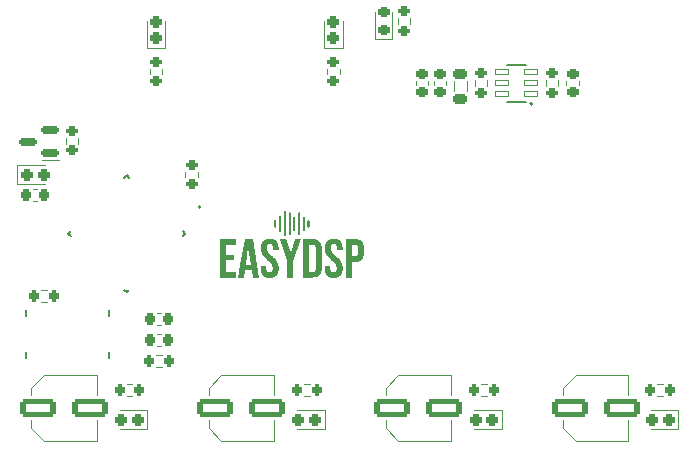
<source format=gto>
G04 #@! TF.GenerationSoftware,KiCad,Pcbnew,7.0.2*
G04 #@! TF.CreationDate,2023-11-20T14:45:42+01:00*
G04 #@! TF.ProjectId,dsp_board,6473705f-626f-4617-9264-2e6b69636164,rev?*
G04 #@! TF.SameCoordinates,Original*
G04 #@! TF.FileFunction,Legend,Top*
G04 #@! TF.FilePolarity,Positive*
%FSLAX46Y46*%
G04 Gerber Fmt 4.6, Leading zero omitted, Abs format (unit mm)*
G04 Created by KiCad (PCBNEW 7.0.2) date 2023-11-20 14:45:42*
%MOMM*%
%LPD*%
G01*
G04 APERTURE LIST*
G04 Aperture macros list*
%AMRoundRect*
0 Rectangle with rounded corners*
0 $1 Rounding radius*
0 $2 $3 $4 $5 $6 $7 $8 $9 X,Y pos of 4 corners*
0 Add a 4 corners polygon primitive as box body*
4,1,4,$2,$3,$4,$5,$6,$7,$8,$9,$2,$3,0*
0 Add four circle primitives for the rounded corners*
1,1,$1+$1,$2,$3*
1,1,$1+$1,$4,$5*
1,1,$1+$1,$6,$7*
1,1,$1+$1,$8,$9*
0 Add four rect primitives between the rounded corners*
20,1,$1+$1,$2,$3,$4,$5,0*
20,1,$1+$1,$4,$5,$6,$7,0*
20,1,$1+$1,$6,$7,$8,$9,0*
20,1,$1+$1,$8,$9,$2,$3,0*%
%AMHorizOval*
0 Thick line with rounded ends*
0 $1 width*
0 $2 $3 position (X,Y) of the first rounded end (center of the circle)*
0 $4 $5 position (X,Y) of the second rounded end (center of the circle)*
0 Add line between two ends*
20,1,$1,$2,$3,$4,$5,0*
0 Add two circle primitives to create the rounded ends*
1,1,$1,$2,$3*
1,1,$1,$4,$5*%
G04 Aperture macros list end*
%ADD10C,0.120000*%
%ADD11C,0.127000*%
%ADD12C,0.200000*%
%ADD13RoundRect,0.218750X-0.381250X0.218750X-0.381250X-0.218750X0.381250X-0.218750X0.381250X0.218750X0*%
%ADD14RoundRect,0.200000X-0.200000X-0.275000X0.200000X-0.275000X0.200000X0.275000X-0.200000X0.275000X0*%
%ADD15RoundRect,0.225000X0.225000X0.250000X-0.225000X0.250000X-0.225000X-0.250000X0.225000X-0.250000X0*%
%ADD16R,3.500000X1.200000*%
%ADD17O,4.200000X2.100000*%
%ADD18O,1.550000X3.100000*%
%ADD19RoundRect,0.250000X0.275000X-0.287500X0.275000X0.287500X-0.275000X0.287500X-0.275000X-0.287500X0*%
%ADD20RoundRect,0.200000X0.275000X-0.200000X0.275000X0.200000X-0.275000X0.200000X-0.275000X-0.200000X0*%
%ADD21RoundRect,0.200000X-0.275000X0.200000X-0.275000X-0.200000X0.275000X-0.200000X0.275000X0.200000X0*%
%ADD22RoundRect,0.250000X-1.250000X-0.550000X1.250000X-0.550000X1.250000X0.550000X-1.250000X0.550000X0*%
%ADD23RoundRect,0.250000X0.287500X0.275000X-0.287500X0.275000X-0.287500X-0.275000X0.287500X-0.275000X0*%
%ADD24RoundRect,0.225000X-0.250000X0.225000X-0.250000X-0.225000X0.250000X-0.225000X0.250000X0.225000X0*%
%ADD25RoundRect,0.225000X0.250000X-0.225000X0.250000X0.225000X-0.250000X0.225000X-0.250000X-0.225000X0*%
%ADD26RoundRect,0.040600X0.564400X0.249400X-0.564400X0.249400X-0.564400X-0.249400X0.564400X-0.249400X0*%
%ADD27R,0.900000X1.500000*%
%ADD28R,1.500000X0.900000*%
%ADD29R,0.900000X0.900000*%
%ADD30RoundRect,0.200000X0.200000X0.275000X-0.200000X0.275000X-0.200000X-0.275000X0.200000X-0.275000X0*%
%ADD31RoundRect,0.250000X-0.287500X-0.275000X0.287500X-0.275000X0.287500X0.275000X-0.287500X0.275000X0*%
%ADD32HorizOval,0.280000X-0.452548X-0.452548X0.452548X0.452548X0*%
%ADD33HorizOval,0.280000X-0.452548X0.452548X0.452548X-0.452548X0*%
%ADD34C,0.800000*%
%ADD35R,0.600000X1.250000*%
%ADD36R,0.300000X1.250000*%
%ADD37O,1.000000X2.000000*%
%ADD38RoundRect,0.150000X0.587500X0.150000X-0.587500X0.150000X-0.587500X-0.150000X0.587500X-0.150000X0*%
%ADD39RoundRect,0.218750X0.256250X-0.218750X0.256250X0.218750X-0.256250X0.218750X-0.256250X-0.218750X0*%
G04 APERTURE END LIST*
D10*
X72810000Y-99100378D02*
X72810000Y-99899622D01*
X71690000Y-99100378D02*
X71690000Y-99899622D01*
X36762742Y-116727500D02*
X37237258Y-116727500D01*
X36762742Y-117772500D02*
X37237258Y-117772500D01*
X46890580Y-121510000D02*
X46609420Y-121510000D01*
X46890580Y-120490000D02*
X46609420Y-120490000D01*
D11*
X35500000Y-119000000D02*
X35500000Y-118450000D01*
X35500000Y-122550000D02*
X35500000Y-122000000D01*
X42500000Y-118450000D02*
X42500000Y-119000000D01*
X42500000Y-122000000D02*
X42500000Y-122550000D01*
D10*
X45715000Y-96260000D02*
X47285000Y-96260000D01*
X47285000Y-96260000D02*
X47285000Y-93950000D01*
X45715000Y-93950000D02*
X45715000Y-96260000D01*
X48977500Y-107237258D02*
X48977500Y-106762742D01*
X50022500Y-107237258D02*
X50022500Y-106762742D01*
X80522500Y-99012742D02*
X80522500Y-99487258D01*
X79477500Y-99012742D02*
X79477500Y-99487258D01*
X60977500Y-98487258D02*
X60977500Y-98012742D01*
X62022500Y-98487258D02*
X62022500Y-98012742D01*
X46890580Y-119760000D02*
X46609420Y-119760000D01*
X46890580Y-118740000D02*
X46609420Y-118740000D01*
X35940000Y-125054437D02*
X35940000Y-125690000D01*
X35940000Y-125054437D02*
X37004437Y-123990000D01*
X35940000Y-128445563D02*
X35940000Y-127810000D01*
X35940000Y-128445563D02*
X37004437Y-129510000D01*
X37004437Y-123990000D02*
X41460000Y-123990000D01*
X37004437Y-129510000D02*
X41460000Y-129510000D01*
X41460000Y-123990000D02*
X41460000Y-125690000D01*
X41460000Y-129510000D02*
X41460000Y-127810000D01*
X75760000Y-128535000D02*
X75760000Y-126965000D01*
X75760000Y-126965000D02*
X73450000Y-126965000D01*
X73450000Y-128535000D02*
X75760000Y-128535000D01*
X74522500Y-99012742D02*
X74522500Y-99487258D01*
X73477500Y-99012742D02*
X73477500Y-99487258D01*
X66977500Y-94237258D02*
X66977500Y-93762742D01*
X68022500Y-94237258D02*
X68022500Y-93762742D01*
X90685000Y-128535000D02*
X90685000Y-126965000D01*
X90685000Y-126965000D02*
X88375000Y-126965000D01*
X88375000Y-128535000D02*
X90685000Y-128535000D01*
X45977500Y-98487258D02*
X45977500Y-98012742D01*
X47022500Y-98487258D02*
X47022500Y-98012742D01*
X82260000Y-99109420D02*
X82260000Y-99390580D01*
X81240000Y-99109420D02*
X81240000Y-99390580D01*
X68490000Y-99390580D02*
X68490000Y-99109420D01*
X69510000Y-99390580D02*
X69510000Y-99109420D01*
X45760000Y-128535000D02*
X45760000Y-126965000D01*
X45760000Y-126965000D02*
X43450000Y-126965000D01*
X43450000Y-128535000D02*
X45760000Y-128535000D01*
X60760000Y-128535000D02*
X60760000Y-126965000D01*
X60760000Y-126965000D02*
X58450000Y-126965000D01*
X58450000Y-128535000D02*
X60760000Y-128535000D01*
X80940000Y-125054437D02*
X80940000Y-125690000D01*
X80940000Y-125054437D02*
X82004437Y-123990000D01*
X80940000Y-128445563D02*
X80940000Y-127810000D01*
X80940000Y-128445563D02*
X82004437Y-129510000D01*
X82004437Y-123990000D02*
X86460000Y-123990000D01*
X82004437Y-129510000D02*
X86460000Y-129510000D01*
X86460000Y-123990000D02*
X86460000Y-125690000D01*
X86460000Y-129510000D02*
X86460000Y-127810000D01*
X36390580Y-109260000D02*
X36109420Y-109260000D01*
X36390580Y-108240000D02*
X36109420Y-108240000D01*
X65940000Y-125054437D02*
X65940000Y-125690000D01*
X65940000Y-125054437D02*
X67004437Y-123990000D01*
X65940000Y-128445563D02*
X65940000Y-127810000D01*
X65940000Y-128445563D02*
X67004437Y-129510000D01*
X67004437Y-123990000D02*
X71460000Y-123990000D01*
X67004437Y-129510000D02*
X71460000Y-129510000D01*
X71460000Y-123990000D02*
X71460000Y-125690000D01*
X71460000Y-129510000D02*
X71460000Y-127810000D01*
X46487742Y-122227500D02*
X46962258Y-122227500D01*
X46487742Y-123272500D02*
X46962258Y-123272500D01*
D11*
X77800000Y-97690000D02*
X76200000Y-97690000D01*
X76200000Y-100810000D02*
X77800000Y-100810000D01*
D12*
X78350000Y-101000000D02*
G75*
G03*
X78350000Y-101000000I-100000J0D01*
G01*
D10*
X89412258Y-125772500D02*
X88937742Y-125772500D01*
X89412258Y-124727500D02*
X88937742Y-124727500D01*
X34740000Y-106215000D02*
X34740000Y-107785000D01*
X34740000Y-107785000D02*
X37050000Y-107785000D01*
X37050000Y-106215000D02*
X34740000Y-106215000D01*
X44487258Y-125772500D02*
X44012742Y-125772500D01*
X44487258Y-124727500D02*
X44012742Y-124727500D01*
X50940000Y-125054437D02*
X50940000Y-125690000D01*
X50940000Y-125054437D02*
X52004437Y-123990000D01*
X50940000Y-128445563D02*
X50940000Y-127810000D01*
X50940000Y-128445563D02*
X52004437Y-129510000D01*
X52004437Y-123990000D02*
X56460000Y-123990000D01*
X52004437Y-129510000D02*
X56460000Y-129510000D01*
X56460000Y-123990000D02*
X56460000Y-125690000D01*
X56460000Y-129510000D02*
X56460000Y-127810000D01*
D11*
X48949747Y-112000000D02*
X48744687Y-112205061D01*
X48744687Y-111794939D02*
X48949747Y-112000000D01*
X44000000Y-107050253D02*
X44205061Y-107255313D01*
X43794939Y-107255313D02*
X44000000Y-107050253D01*
X44205061Y-116744687D02*
X44000000Y-116949747D01*
X44000000Y-116949747D02*
X43794939Y-116744687D01*
X39050253Y-112000000D02*
X39255313Y-111794939D01*
X39050253Y-112000000D02*
X39255313Y-112205061D01*
D12*
X50258900Y-109730187D02*
G75*
G03*
X50258900Y-109730187I-100000J0D01*
G01*
G36*
X57881047Y-113648595D02*
G01*
X57890340Y-113648595D01*
X58238841Y-112454395D01*
X58736036Y-112454395D01*
X58118027Y-114322364D01*
X58118027Y-115707076D01*
X57606891Y-115707076D01*
X57606891Y-114322364D01*
X56988882Y-112454395D01*
X57532545Y-112454395D01*
X57881047Y-113648595D01*
G37*
G36*
X53295695Y-112919065D02*
G01*
X52412825Y-112919065D01*
X52412825Y-113778701D01*
X53114475Y-113778701D01*
X53114475Y-114243370D01*
X52412825Y-114243370D01*
X52412825Y-115242408D01*
X53295695Y-115242408D01*
X53295695Y-115707076D01*
X51901689Y-115707076D01*
X51901689Y-112454395D01*
X53295695Y-112454395D01*
X53295695Y-112919065D01*
G37*
G36*
X55205484Y-115707076D02*
G01*
X54694349Y-115707076D01*
X54601415Y-115061187D01*
X54601415Y-115070480D01*
X54020579Y-115070480D01*
X53927645Y-115707076D01*
X53453683Y-115707076D01*
X53629248Y-114629045D01*
X54080986Y-114629045D01*
X54541008Y-114629045D01*
X54313320Y-113021292D01*
X54304027Y-113021292D01*
X54080986Y-114629045D01*
X53629248Y-114629045D01*
X53983405Y-112454395D01*
X54675762Y-112454395D01*
X55205484Y-115707076D01*
G37*
G36*
X56597723Y-110835989D02*
G01*
X56602448Y-110836348D01*
X56607103Y-110836939D01*
X56611683Y-110837757D01*
X56616183Y-110838795D01*
X56620595Y-110840048D01*
X56624915Y-110841510D01*
X56629137Y-110843175D01*
X56633254Y-110845037D01*
X56637262Y-110847090D01*
X56641154Y-110849328D01*
X56644924Y-110851747D01*
X56648567Y-110854338D01*
X56652077Y-110857098D01*
X56655448Y-110860020D01*
X56658674Y-110863097D01*
X56661749Y-110866326D01*
X56664668Y-110869698D01*
X56667425Y-110873209D01*
X56670014Y-110876853D01*
X56672430Y-110880624D01*
X56674665Y-110884516D01*
X56676716Y-110888523D01*
X56678575Y-110892639D01*
X56680237Y-110896859D01*
X56681696Y-110901176D01*
X56682947Y-110905585D01*
X56683983Y-110910080D01*
X56684800Y-110914655D01*
X56685390Y-110919304D01*
X56685748Y-110924022D01*
X56685869Y-110928802D01*
X56685869Y-111393470D01*
X56685748Y-111398250D01*
X56685390Y-111402968D01*
X56684800Y-111407617D01*
X56683983Y-111412192D01*
X56682947Y-111416687D01*
X56681696Y-111421096D01*
X56680237Y-111425414D01*
X56678575Y-111429633D01*
X56676716Y-111433749D01*
X56674665Y-111437756D01*
X56672430Y-111441648D01*
X56670014Y-111445419D01*
X56667425Y-111449063D01*
X56664668Y-111452574D01*
X56661749Y-111455946D01*
X56658674Y-111459175D01*
X56655448Y-111462252D01*
X56652077Y-111465174D01*
X56648567Y-111467934D01*
X56644924Y-111470526D01*
X56641154Y-111472944D01*
X56637262Y-111475182D01*
X56633254Y-111477235D01*
X56629137Y-111479097D01*
X56624915Y-111480762D01*
X56620595Y-111482224D01*
X56616183Y-111483477D01*
X56611683Y-111484515D01*
X56607103Y-111485333D01*
X56602448Y-111485924D01*
X56597723Y-111486283D01*
X56592935Y-111486404D01*
X56588147Y-111486283D01*
X56583422Y-111485924D01*
X56578767Y-111485333D01*
X56574187Y-111484515D01*
X56569687Y-111483477D01*
X56565275Y-111482224D01*
X56560955Y-111480762D01*
X56556733Y-111479097D01*
X56552615Y-111477235D01*
X56548608Y-111475182D01*
X56544716Y-111472944D01*
X56540946Y-111470526D01*
X56537303Y-111467934D01*
X56533793Y-111465174D01*
X56530422Y-111462252D01*
X56527196Y-111459175D01*
X56524120Y-111455946D01*
X56521201Y-111452574D01*
X56518444Y-111449063D01*
X56515855Y-111445419D01*
X56513440Y-111441648D01*
X56511204Y-111437756D01*
X56509154Y-111433749D01*
X56507294Y-111429633D01*
X56505632Y-111425414D01*
X56504173Y-111421096D01*
X56502922Y-111416687D01*
X56501886Y-111412192D01*
X56501070Y-111407617D01*
X56500480Y-111402968D01*
X56500121Y-111398250D01*
X56500000Y-111393470D01*
X56500000Y-110928802D01*
X56500121Y-110924022D01*
X56500480Y-110919304D01*
X56501070Y-110914655D01*
X56501886Y-110910080D01*
X56502922Y-110905585D01*
X56504173Y-110901176D01*
X56505632Y-110896859D01*
X56507294Y-110892639D01*
X56509154Y-110888523D01*
X56511204Y-110884516D01*
X56513440Y-110880624D01*
X56515855Y-110876853D01*
X56518444Y-110873209D01*
X56521201Y-110869698D01*
X56524120Y-110866326D01*
X56527196Y-110863097D01*
X56530422Y-110860020D01*
X56533793Y-110857098D01*
X56537303Y-110854338D01*
X56540946Y-110851747D01*
X56544716Y-110849328D01*
X56548608Y-110847090D01*
X56552615Y-110845037D01*
X56556733Y-110843175D01*
X56560955Y-110841510D01*
X56565275Y-110840048D01*
X56569687Y-110838795D01*
X56574187Y-110837757D01*
X56578767Y-110836939D01*
X56583422Y-110836348D01*
X56588147Y-110835989D01*
X56592935Y-110835868D01*
X56597723Y-110835989D01*
G37*
G36*
X56997722Y-110464254D02*
G01*
X57002447Y-110464613D01*
X57007102Y-110465204D01*
X57011682Y-110466022D01*
X57016181Y-110467060D01*
X57020594Y-110468313D01*
X57024914Y-110469775D01*
X57029136Y-110471440D01*
X57033253Y-110473302D01*
X57037261Y-110475355D01*
X57041153Y-110477593D01*
X57044923Y-110480012D01*
X57048566Y-110482603D01*
X57052076Y-110485363D01*
X57055447Y-110488285D01*
X57058673Y-110491363D01*
X57061748Y-110494591D01*
X57064667Y-110497963D01*
X57067424Y-110501474D01*
X57070013Y-110505118D01*
X57072429Y-110508889D01*
X57074664Y-110512781D01*
X57076715Y-110516788D01*
X57078574Y-110520904D01*
X57080236Y-110525124D01*
X57081695Y-110529441D01*
X57082946Y-110533850D01*
X57083982Y-110538345D01*
X57084798Y-110542920D01*
X57085389Y-110547569D01*
X57085747Y-110552287D01*
X57085868Y-110557067D01*
X57085868Y-111765205D01*
X57085747Y-111769985D01*
X57085389Y-111774703D01*
X57084798Y-111779352D01*
X57083982Y-111783927D01*
X57082946Y-111788422D01*
X57081695Y-111792831D01*
X57080236Y-111797148D01*
X57078574Y-111801368D01*
X57076715Y-111805484D01*
X57074664Y-111809491D01*
X57072429Y-111813383D01*
X57070013Y-111817154D01*
X57067424Y-111820798D01*
X57064667Y-111824309D01*
X57061748Y-111827681D01*
X57058673Y-111830910D01*
X57055447Y-111833987D01*
X57052076Y-111836909D01*
X57048566Y-111839669D01*
X57044923Y-111842261D01*
X57041153Y-111844679D01*
X57037261Y-111846917D01*
X57033253Y-111848970D01*
X57029136Y-111850832D01*
X57024914Y-111852497D01*
X57020594Y-111853959D01*
X57016181Y-111855212D01*
X57011682Y-111856250D01*
X57007102Y-111857068D01*
X57002447Y-111857659D01*
X56997722Y-111858018D01*
X56992934Y-111858139D01*
X56988146Y-111858018D01*
X56983421Y-111857659D01*
X56978766Y-111857068D01*
X56974186Y-111856250D01*
X56969686Y-111855212D01*
X56965274Y-111853959D01*
X56960954Y-111852497D01*
X56956732Y-111850832D01*
X56952615Y-111848970D01*
X56948607Y-111846917D01*
X56944715Y-111844679D01*
X56940945Y-111842261D01*
X56937302Y-111839669D01*
X56933792Y-111836909D01*
X56930421Y-111833987D01*
X56927195Y-111830910D01*
X56924120Y-111827681D01*
X56921201Y-111824309D01*
X56918444Y-111820798D01*
X56915855Y-111817154D01*
X56913439Y-111813383D01*
X56911204Y-111809491D01*
X56909153Y-111805484D01*
X56907294Y-111801368D01*
X56905632Y-111797148D01*
X56904173Y-111792831D01*
X56902922Y-111788422D01*
X56901886Y-111783927D01*
X56901070Y-111779352D01*
X56900480Y-111774703D01*
X56900121Y-111769985D01*
X56900000Y-111765205D01*
X56900000Y-110557067D01*
X56900121Y-110552287D01*
X56900480Y-110547569D01*
X56901070Y-110542920D01*
X56901886Y-110538345D01*
X56902922Y-110533850D01*
X56904173Y-110529441D01*
X56905632Y-110525124D01*
X56907294Y-110520904D01*
X56909153Y-110516788D01*
X56911204Y-110512781D01*
X56913439Y-110508889D01*
X56915855Y-110505118D01*
X56918444Y-110501474D01*
X56921201Y-110497963D01*
X56924120Y-110494591D01*
X56927195Y-110491363D01*
X56930421Y-110488285D01*
X56933792Y-110485363D01*
X56937302Y-110482603D01*
X56940945Y-110480012D01*
X56944715Y-110477593D01*
X56948607Y-110475355D01*
X56952615Y-110473302D01*
X56956732Y-110471440D01*
X56960954Y-110469775D01*
X56965274Y-110468313D01*
X56969686Y-110467060D01*
X56974186Y-110466022D01*
X56978766Y-110465204D01*
X56983421Y-110464613D01*
X56988146Y-110464254D01*
X56992934Y-110464133D01*
X56997722Y-110464254D01*
G37*
G36*
X57411854Y-110092519D02*
G01*
X57416579Y-110092878D01*
X57421234Y-110093469D01*
X57425814Y-110094287D01*
X57430314Y-110095325D01*
X57434726Y-110096578D01*
X57439046Y-110098040D01*
X57443268Y-110099705D01*
X57447386Y-110101567D01*
X57451393Y-110103620D01*
X57455285Y-110105858D01*
X57459055Y-110108277D01*
X57462698Y-110110868D01*
X57466208Y-110113628D01*
X57469579Y-110116550D01*
X57472805Y-110119628D01*
X57475880Y-110122856D01*
X57478800Y-110126228D01*
X57481557Y-110129739D01*
X57484146Y-110133383D01*
X57486561Y-110137154D01*
X57488796Y-110141046D01*
X57490847Y-110145053D01*
X57492706Y-110149169D01*
X57494368Y-110153389D01*
X57495827Y-110157706D01*
X57497078Y-110162115D01*
X57498114Y-110166610D01*
X57498930Y-110171185D01*
X57499521Y-110175834D01*
X57499879Y-110180552D01*
X57500000Y-110185332D01*
X57500000Y-112136940D01*
X57499879Y-112141720D01*
X57499521Y-112146438D01*
X57498930Y-112151087D01*
X57498114Y-112155662D01*
X57497078Y-112160157D01*
X57495827Y-112164566D01*
X57494368Y-112168883D01*
X57492706Y-112173103D01*
X57490847Y-112177219D01*
X57488796Y-112181226D01*
X57486561Y-112185118D01*
X57484146Y-112188889D01*
X57481557Y-112192533D01*
X57478800Y-112196044D01*
X57475880Y-112199416D01*
X57472805Y-112202644D01*
X57469579Y-112205722D01*
X57466208Y-112208644D01*
X57462698Y-112211404D01*
X57459055Y-112213995D01*
X57455285Y-112216414D01*
X57451393Y-112218652D01*
X57447386Y-112220705D01*
X57443268Y-112222567D01*
X57439046Y-112224232D01*
X57434726Y-112225694D01*
X57430314Y-112226947D01*
X57425814Y-112227985D01*
X57421234Y-112228803D01*
X57416579Y-112229394D01*
X57411854Y-112229753D01*
X57407066Y-112229874D01*
X57402278Y-112229753D01*
X57397553Y-112229394D01*
X57392898Y-112228803D01*
X57388318Y-112227985D01*
X57383818Y-112226947D01*
X57379406Y-112225694D01*
X57375086Y-112224232D01*
X57370864Y-112222567D01*
X57366747Y-112220705D01*
X57362739Y-112218652D01*
X57358847Y-112216414D01*
X57355077Y-112213995D01*
X57351434Y-112211404D01*
X57347924Y-112208644D01*
X57344553Y-112205722D01*
X57341327Y-112202644D01*
X57338252Y-112199416D01*
X57335332Y-112196044D01*
X57332576Y-112192533D01*
X57329987Y-112188889D01*
X57327571Y-112185118D01*
X57325336Y-112181226D01*
X57323285Y-112177219D01*
X57321426Y-112173103D01*
X57319764Y-112168883D01*
X57318305Y-112164566D01*
X57317054Y-112160157D01*
X57316018Y-112155662D01*
X57315202Y-112151087D01*
X57314611Y-112146438D01*
X57314253Y-112141720D01*
X57314132Y-112136940D01*
X57314132Y-110185332D01*
X57314253Y-110180552D01*
X57314611Y-110175834D01*
X57315202Y-110171185D01*
X57316018Y-110166610D01*
X57317054Y-110162115D01*
X57318305Y-110157706D01*
X57319764Y-110153389D01*
X57321426Y-110149169D01*
X57323285Y-110145053D01*
X57325336Y-110141046D01*
X57327571Y-110137154D01*
X57329987Y-110133383D01*
X57332576Y-110129739D01*
X57335332Y-110126228D01*
X57338252Y-110122856D01*
X57341327Y-110119628D01*
X57344553Y-110116550D01*
X57347924Y-110113628D01*
X57351434Y-110110868D01*
X57355077Y-110108277D01*
X57358847Y-110105858D01*
X57362739Y-110103620D01*
X57366747Y-110101567D01*
X57370864Y-110099705D01*
X57375086Y-110098040D01*
X57379406Y-110096578D01*
X57383818Y-110095325D01*
X57388318Y-110094287D01*
X57392898Y-110093469D01*
X57397553Y-110092878D01*
X57402278Y-110092519D01*
X57407066Y-110092398D01*
X57411854Y-110092519D01*
G37*
G36*
X57811854Y-110185453D02*
G01*
X57816579Y-110185812D01*
X57821234Y-110186403D01*
X57825814Y-110187221D01*
X57830314Y-110188259D01*
X57834726Y-110189512D01*
X57839046Y-110190974D01*
X57843268Y-110192639D01*
X57847386Y-110194501D01*
X57851393Y-110196554D01*
X57855285Y-110198792D01*
X57859055Y-110201210D01*
X57862698Y-110203802D01*
X57866208Y-110206562D01*
X57869579Y-110209484D01*
X57872805Y-110212561D01*
X57875880Y-110215789D01*
X57878800Y-110219162D01*
X57881557Y-110222673D01*
X57884146Y-110226317D01*
X57886561Y-110230088D01*
X57888796Y-110233979D01*
X57890847Y-110237986D01*
X57892706Y-110242103D01*
X57894368Y-110246322D01*
X57895827Y-110250640D01*
X57897078Y-110255049D01*
X57898114Y-110259544D01*
X57898930Y-110264119D01*
X57899521Y-110268768D01*
X57899879Y-110273485D01*
X57900000Y-110278265D01*
X57900000Y-112044007D01*
X57899879Y-112048787D01*
X57899521Y-112053504D01*
X57898930Y-112058153D01*
X57898114Y-112062728D01*
X57897078Y-112067223D01*
X57895827Y-112071632D01*
X57894368Y-112075950D01*
X57892706Y-112080169D01*
X57890847Y-112084286D01*
X57888796Y-112088293D01*
X57886561Y-112092184D01*
X57884146Y-112095955D01*
X57881557Y-112099599D01*
X57878800Y-112103110D01*
X57875880Y-112106483D01*
X57872805Y-112109711D01*
X57869579Y-112112789D01*
X57866208Y-112115710D01*
X57862698Y-112118470D01*
X57859055Y-112121062D01*
X57855285Y-112123480D01*
X57851393Y-112125718D01*
X57847386Y-112127772D01*
X57843268Y-112129633D01*
X57839046Y-112131298D01*
X57834726Y-112132760D01*
X57830314Y-112134013D01*
X57825814Y-112135051D01*
X57821234Y-112135869D01*
X57816579Y-112136460D01*
X57811854Y-112136819D01*
X57807066Y-112136940D01*
X57802278Y-112136819D01*
X57797553Y-112136460D01*
X57792898Y-112135869D01*
X57788318Y-112135051D01*
X57783819Y-112134013D01*
X57779406Y-112132760D01*
X57775086Y-112131298D01*
X57770864Y-112129633D01*
X57766747Y-112127772D01*
X57762739Y-112125718D01*
X57758847Y-112123480D01*
X57755077Y-112121062D01*
X57751434Y-112118470D01*
X57747924Y-112115710D01*
X57744554Y-112112789D01*
X57741327Y-112109711D01*
X57738252Y-112106483D01*
X57735333Y-112103110D01*
X57732576Y-112099599D01*
X57729987Y-112095955D01*
X57727571Y-112092184D01*
X57725336Y-112088293D01*
X57723285Y-112084286D01*
X57721426Y-112080169D01*
X57719764Y-112075950D01*
X57718305Y-112071632D01*
X57717054Y-112067223D01*
X57716018Y-112062728D01*
X57715202Y-112058153D01*
X57714611Y-112053504D01*
X57714253Y-112048787D01*
X57714132Y-112044007D01*
X57714132Y-110278265D01*
X57714253Y-110273485D01*
X57714611Y-110268768D01*
X57715202Y-110264119D01*
X57716018Y-110259544D01*
X57717054Y-110255049D01*
X57718305Y-110250640D01*
X57719764Y-110246322D01*
X57721426Y-110242103D01*
X57723285Y-110237986D01*
X57725336Y-110233979D01*
X57727571Y-110230088D01*
X57729987Y-110226317D01*
X57732576Y-110222673D01*
X57735333Y-110219162D01*
X57738252Y-110215789D01*
X57741327Y-110212561D01*
X57744554Y-110209484D01*
X57747924Y-110206562D01*
X57751434Y-110203802D01*
X57755077Y-110201210D01*
X57758847Y-110198792D01*
X57762739Y-110196554D01*
X57766747Y-110194501D01*
X57770864Y-110192639D01*
X57775086Y-110190974D01*
X57779406Y-110189512D01*
X57783819Y-110188259D01*
X57788318Y-110187221D01*
X57792898Y-110186403D01*
X57797553Y-110185812D01*
X57802278Y-110185453D01*
X57807066Y-110185332D01*
X57811854Y-110185453D01*
G37*
G36*
X58197723Y-110557188D02*
G01*
X58202448Y-110557547D01*
X58207103Y-110558138D01*
X58211683Y-110558956D01*
X58216182Y-110559994D01*
X58220595Y-110561247D01*
X58224915Y-110562709D01*
X58229137Y-110564374D01*
X58233254Y-110566235D01*
X58237262Y-110568289D01*
X58241153Y-110570527D01*
X58244924Y-110572945D01*
X58248567Y-110575537D01*
X58252077Y-110578297D01*
X58255447Y-110581218D01*
X58258674Y-110584296D01*
X58261749Y-110587524D01*
X58264668Y-110590897D01*
X58267425Y-110594408D01*
X58270014Y-110598052D01*
X58272430Y-110601823D01*
X58274665Y-110605714D01*
X58276716Y-110609721D01*
X58278575Y-110613838D01*
X58280237Y-110618057D01*
X58281696Y-110622375D01*
X58282947Y-110626784D01*
X58283983Y-110631279D01*
X58284799Y-110635854D01*
X58285390Y-110640503D01*
X58285748Y-110645220D01*
X58285869Y-110650000D01*
X58285869Y-111672272D01*
X58285748Y-111677052D01*
X58285390Y-111681769D01*
X58284799Y-111686418D01*
X58283983Y-111690993D01*
X58282947Y-111695488D01*
X58281696Y-111699897D01*
X58280237Y-111704215D01*
X58278575Y-111708434D01*
X58276716Y-111712551D01*
X58274665Y-111716558D01*
X58272430Y-111720449D01*
X58270014Y-111724220D01*
X58267425Y-111727864D01*
X58264668Y-111731375D01*
X58261749Y-111734748D01*
X58258674Y-111737976D01*
X58255447Y-111741054D01*
X58252077Y-111743975D01*
X58248567Y-111746735D01*
X58244924Y-111749327D01*
X58241153Y-111751745D01*
X58237262Y-111753983D01*
X58233254Y-111756037D01*
X58229137Y-111757898D01*
X58224915Y-111759563D01*
X58220595Y-111761025D01*
X58216182Y-111762278D01*
X58211683Y-111763316D01*
X58207103Y-111764134D01*
X58202448Y-111764725D01*
X58197723Y-111765084D01*
X58192935Y-111765205D01*
X58188147Y-111765084D01*
X58183422Y-111764725D01*
X58178767Y-111764134D01*
X58174186Y-111763316D01*
X58169687Y-111762278D01*
X58165275Y-111761025D01*
X58160955Y-111759563D01*
X58156733Y-111757898D01*
X58152615Y-111756037D01*
X58148608Y-111753983D01*
X58144716Y-111751745D01*
X58140945Y-111749327D01*
X58137302Y-111746735D01*
X58133793Y-111743975D01*
X58130422Y-111741054D01*
X58127196Y-111737976D01*
X58124120Y-111734748D01*
X58121201Y-111731375D01*
X58118444Y-111727864D01*
X58115855Y-111724220D01*
X58113439Y-111720449D01*
X58111204Y-111716558D01*
X58109153Y-111712551D01*
X58107294Y-111708434D01*
X58105632Y-111704215D01*
X58104173Y-111699897D01*
X58102922Y-111695488D01*
X58101886Y-111690993D01*
X58101070Y-111686418D01*
X58100479Y-111681769D01*
X58100121Y-111677052D01*
X58100000Y-111672272D01*
X58100000Y-110650000D01*
X58100121Y-110645220D01*
X58100479Y-110640503D01*
X58101070Y-110635854D01*
X58101886Y-110631279D01*
X58102922Y-110626784D01*
X58104173Y-110622375D01*
X58105632Y-110618057D01*
X58107294Y-110613838D01*
X58109153Y-110609721D01*
X58111204Y-110605714D01*
X58113439Y-110601823D01*
X58115855Y-110598052D01*
X58118444Y-110594408D01*
X58121201Y-110590897D01*
X58124120Y-110587524D01*
X58127196Y-110584296D01*
X58130422Y-110581218D01*
X58133793Y-110578297D01*
X58137302Y-110575537D01*
X58140945Y-110572945D01*
X58144716Y-110570527D01*
X58148608Y-110568289D01*
X58152615Y-110566235D01*
X58156733Y-110564374D01*
X58160955Y-110562709D01*
X58165275Y-110561247D01*
X58169687Y-110559994D01*
X58174186Y-110558956D01*
X58178767Y-110558138D01*
X58183422Y-110557547D01*
X58188147Y-110557188D01*
X58192935Y-110557067D01*
X58197723Y-110557188D01*
G37*
G36*
X58611854Y-110185453D02*
G01*
X58616579Y-110185812D01*
X58621234Y-110186403D01*
X58625815Y-110187221D01*
X58630314Y-110188259D01*
X58634727Y-110189512D01*
X58639047Y-110190974D01*
X58643268Y-110192639D01*
X58647386Y-110194501D01*
X58651393Y-110196554D01*
X58655285Y-110198792D01*
X58659056Y-110201210D01*
X58662699Y-110203802D01*
X58666208Y-110206562D01*
X58669579Y-110209484D01*
X58672805Y-110212561D01*
X58675881Y-110215789D01*
X58678800Y-110219162D01*
X58681557Y-110222673D01*
X58684146Y-110226317D01*
X58686561Y-110230088D01*
X58688797Y-110233979D01*
X58690847Y-110237986D01*
X58692706Y-110242103D01*
X58694368Y-110246322D01*
X58695827Y-110250640D01*
X58697078Y-110255049D01*
X58698114Y-110259544D01*
X58698930Y-110264119D01*
X58699521Y-110268768D01*
X58699879Y-110273485D01*
X58700000Y-110278265D01*
X58700000Y-112044007D01*
X58699879Y-112048787D01*
X58699521Y-112053504D01*
X58698930Y-112058153D01*
X58698114Y-112062728D01*
X58697078Y-112067223D01*
X58695827Y-112071632D01*
X58694368Y-112075950D01*
X58692706Y-112080169D01*
X58690846Y-112084286D01*
X58688796Y-112088293D01*
X58686560Y-112092184D01*
X58684145Y-112095955D01*
X58681556Y-112099599D01*
X58678799Y-112103110D01*
X58675880Y-112106483D01*
X58672804Y-112109711D01*
X58669578Y-112112789D01*
X58666208Y-112115710D01*
X58662698Y-112118470D01*
X58659055Y-112121062D01*
X58655284Y-112123480D01*
X58651393Y-112125718D01*
X58647385Y-112127772D01*
X58643267Y-112129633D01*
X58639046Y-112131298D01*
X58634726Y-112132760D01*
X58630313Y-112134013D01*
X58625814Y-112135051D01*
X58621234Y-112135869D01*
X58616579Y-112136460D01*
X58611854Y-112136819D01*
X58607066Y-112136940D01*
X58602278Y-112136819D01*
X58597553Y-112136460D01*
X58592898Y-112135869D01*
X58588318Y-112135051D01*
X58583818Y-112134013D01*
X58579406Y-112132760D01*
X58575086Y-112131298D01*
X58570864Y-112129633D01*
X58566746Y-112127772D01*
X58562739Y-112125718D01*
X58558847Y-112123480D01*
X58555077Y-112121062D01*
X58551434Y-112118470D01*
X58547924Y-112115710D01*
X58544553Y-112112789D01*
X58541327Y-112109711D01*
X58538252Y-112106483D01*
X58535332Y-112103110D01*
X58532575Y-112099599D01*
X58529986Y-112095955D01*
X58527571Y-112092184D01*
X58525336Y-112088293D01*
X58523285Y-112084286D01*
X58521426Y-112080169D01*
X58519764Y-112075950D01*
X58518305Y-112071632D01*
X58517054Y-112067223D01*
X58516018Y-112062728D01*
X58515201Y-112058153D01*
X58514611Y-112053504D01*
X58514253Y-112048787D01*
X58514132Y-112044007D01*
X58514132Y-110278265D01*
X58514253Y-110273485D01*
X58514611Y-110268768D01*
X58515201Y-110264119D01*
X58516018Y-110259544D01*
X58517054Y-110255049D01*
X58518305Y-110250640D01*
X58519764Y-110246322D01*
X58521426Y-110242103D01*
X58523285Y-110237986D01*
X58525336Y-110233979D01*
X58527571Y-110230088D01*
X58529986Y-110226317D01*
X58532575Y-110222673D01*
X58535332Y-110219162D01*
X58538252Y-110215789D01*
X58541327Y-110212561D01*
X58544553Y-110209484D01*
X58547924Y-110206562D01*
X58551434Y-110203802D01*
X58555077Y-110201210D01*
X58558847Y-110198792D01*
X58562739Y-110196554D01*
X58566746Y-110194501D01*
X58570864Y-110192639D01*
X58575086Y-110190974D01*
X58579406Y-110189512D01*
X58583818Y-110188259D01*
X58588318Y-110187221D01*
X58592898Y-110186403D01*
X58597553Y-110185812D01*
X58602278Y-110185453D01*
X58607066Y-110185332D01*
X58611854Y-110185453D01*
G37*
G36*
X58997722Y-110557188D02*
G01*
X59002447Y-110557547D01*
X59007102Y-110558138D01*
X59011682Y-110558956D01*
X59016182Y-110559994D01*
X59020594Y-110561247D01*
X59024914Y-110562709D01*
X59029136Y-110564374D01*
X59033253Y-110566235D01*
X59037261Y-110568289D01*
X59041153Y-110570527D01*
X59044923Y-110572945D01*
X59048566Y-110575537D01*
X59052076Y-110578297D01*
X59055447Y-110581218D01*
X59058673Y-110584296D01*
X59061748Y-110587524D01*
X59064667Y-110590897D01*
X59067424Y-110594408D01*
X59070013Y-110598052D01*
X59072429Y-110601823D01*
X59074664Y-110605714D01*
X59076715Y-110609721D01*
X59078574Y-110613838D01*
X59080236Y-110618057D01*
X59081695Y-110622375D01*
X59082946Y-110626784D01*
X59083982Y-110631279D01*
X59084798Y-110635854D01*
X59085388Y-110640503D01*
X59085747Y-110645220D01*
X59085868Y-110650000D01*
X59085868Y-111672272D01*
X59085747Y-111677052D01*
X59085388Y-111681769D01*
X59084798Y-111686418D01*
X59083982Y-111690993D01*
X59082946Y-111695488D01*
X59081695Y-111699897D01*
X59080236Y-111704215D01*
X59078574Y-111708434D01*
X59076715Y-111712551D01*
X59074664Y-111716558D01*
X59072429Y-111720449D01*
X59070013Y-111724220D01*
X59067424Y-111727864D01*
X59064667Y-111731375D01*
X59061748Y-111734748D01*
X59058673Y-111737976D01*
X59055447Y-111741054D01*
X59052076Y-111743975D01*
X59048566Y-111746735D01*
X59044923Y-111749327D01*
X59041153Y-111751745D01*
X59037261Y-111753983D01*
X59033253Y-111756037D01*
X59029136Y-111757898D01*
X59024914Y-111759563D01*
X59020594Y-111761025D01*
X59016182Y-111762278D01*
X59011682Y-111763316D01*
X59007102Y-111764134D01*
X59002447Y-111764725D01*
X58997722Y-111765084D01*
X58992934Y-111765205D01*
X58988146Y-111765084D01*
X58983421Y-111764725D01*
X58978766Y-111764134D01*
X58974186Y-111763316D01*
X58969687Y-111762278D01*
X58965274Y-111761025D01*
X58960954Y-111759563D01*
X58956732Y-111757898D01*
X58952615Y-111756037D01*
X58948607Y-111753983D01*
X58944715Y-111751745D01*
X58940945Y-111749327D01*
X58937302Y-111746735D01*
X58933792Y-111743975D01*
X58930421Y-111741054D01*
X58927195Y-111737976D01*
X58924120Y-111734748D01*
X58921201Y-111731375D01*
X58918444Y-111727864D01*
X58915855Y-111724220D01*
X58913439Y-111720449D01*
X58911204Y-111716558D01*
X58909153Y-111712551D01*
X58907294Y-111708434D01*
X58905632Y-111704215D01*
X58904173Y-111699897D01*
X58902922Y-111695488D01*
X58901886Y-111690993D01*
X58901069Y-111686418D01*
X58900479Y-111681769D01*
X58900121Y-111677052D01*
X58900000Y-111672272D01*
X58900000Y-110650000D01*
X58900121Y-110645220D01*
X58900479Y-110640503D01*
X58901069Y-110635854D01*
X58901886Y-110631279D01*
X58902922Y-110626784D01*
X58904173Y-110622375D01*
X58905632Y-110618057D01*
X58907294Y-110613838D01*
X58909153Y-110609721D01*
X58911204Y-110605714D01*
X58913439Y-110601823D01*
X58915855Y-110598052D01*
X58918444Y-110594408D01*
X58921201Y-110590897D01*
X58924120Y-110587524D01*
X58927195Y-110584296D01*
X58930421Y-110581218D01*
X58933792Y-110578297D01*
X58937302Y-110575537D01*
X58940945Y-110572945D01*
X58944715Y-110570527D01*
X58948607Y-110568289D01*
X58952615Y-110566235D01*
X58956732Y-110564374D01*
X58960954Y-110562709D01*
X58965274Y-110561247D01*
X58969687Y-110559994D01*
X58974186Y-110558956D01*
X58978766Y-110558138D01*
X58983421Y-110557547D01*
X58988146Y-110557188D01*
X58992934Y-110557067D01*
X58997722Y-110557188D01*
G37*
G36*
X59397722Y-110835989D02*
G01*
X59402447Y-110836348D01*
X59407102Y-110836939D01*
X59411682Y-110837757D01*
X59416182Y-110838795D01*
X59420594Y-110840048D01*
X59424914Y-110841510D01*
X59429136Y-110843175D01*
X59433253Y-110845037D01*
X59437261Y-110847090D01*
X59441153Y-110849328D01*
X59444923Y-110851747D01*
X59448566Y-110854338D01*
X59452076Y-110857098D01*
X59455447Y-110860020D01*
X59458673Y-110863097D01*
X59461748Y-110866326D01*
X59464667Y-110869698D01*
X59467424Y-110873209D01*
X59470013Y-110876853D01*
X59472429Y-110880624D01*
X59474664Y-110884516D01*
X59476715Y-110888523D01*
X59478574Y-110892639D01*
X59480236Y-110896859D01*
X59481695Y-110901176D01*
X59482946Y-110905585D01*
X59483982Y-110910080D01*
X59484798Y-110914655D01*
X59485388Y-110919304D01*
X59485747Y-110924022D01*
X59485868Y-110928802D01*
X59485868Y-111393470D01*
X59485747Y-111398250D01*
X59485388Y-111402968D01*
X59484798Y-111407617D01*
X59483982Y-111412192D01*
X59482946Y-111416687D01*
X59481695Y-111421096D01*
X59480236Y-111425414D01*
X59478574Y-111429633D01*
X59476715Y-111433749D01*
X59474664Y-111437756D01*
X59472429Y-111441648D01*
X59470013Y-111445419D01*
X59467424Y-111449063D01*
X59464667Y-111452574D01*
X59461748Y-111455946D01*
X59458673Y-111459175D01*
X59455447Y-111462252D01*
X59452076Y-111465174D01*
X59448566Y-111467934D01*
X59444923Y-111470526D01*
X59441153Y-111472944D01*
X59437261Y-111475182D01*
X59433253Y-111477235D01*
X59429136Y-111479097D01*
X59424914Y-111480762D01*
X59420594Y-111482224D01*
X59416182Y-111483477D01*
X59411682Y-111484515D01*
X59407102Y-111485333D01*
X59402447Y-111485924D01*
X59397722Y-111486283D01*
X59392934Y-111486404D01*
X59388146Y-111486283D01*
X59383421Y-111485924D01*
X59378766Y-111485333D01*
X59374186Y-111484515D01*
X59369686Y-111483477D01*
X59365274Y-111482224D01*
X59360954Y-111480762D01*
X59356732Y-111479097D01*
X59352615Y-111477235D01*
X59348607Y-111475182D01*
X59344715Y-111472944D01*
X59340945Y-111470526D01*
X59337302Y-111467934D01*
X59333792Y-111465174D01*
X59330421Y-111462252D01*
X59327195Y-111459175D01*
X59324120Y-111455946D01*
X59321201Y-111452574D01*
X59318444Y-111449063D01*
X59315855Y-111445419D01*
X59313439Y-111441648D01*
X59311204Y-111437756D01*
X59309153Y-111433749D01*
X59307294Y-111429633D01*
X59305632Y-111425414D01*
X59304173Y-111421096D01*
X59302922Y-111416687D01*
X59301886Y-111412192D01*
X59301069Y-111407617D01*
X59300479Y-111402968D01*
X59300121Y-111398250D01*
X59300000Y-111393470D01*
X59300000Y-110928802D01*
X59300121Y-110924022D01*
X59300479Y-110919304D01*
X59301069Y-110914655D01*
X59301886Y-110910080D01*
X59302922Y-110905585D01*
X59304173Y-110901176D01*
X59305632Y-110896859D01*
X59307294Y-110892639D01*
X59309153Y-110888523D01*
X59311204Y-110884516D01*
X59313439Y-110880624D01*
X59315855Y-110876853D01*
X59318444Y-110873209D01*
X59321201Y-110869698D01*
X59324120Y-110866326D01*
X59327195Y-110863097D01*
X59330421Y-110860020D01*
X59333792Y-110857098D01*
X59337302Y-110854338D01*
X59340945Y-110851747D01*
X59344715Y-110849328D01*
X59348607Y-110847090D01*
X59352615Y-110845037D01*
X59356732Y-110843175D01*
X59360954Y-110841510D01*
X59365274Y-110840048D01*
X59369686Y-110838795D01*
X59374186Y-110837757D01*
X59378766Y-110836939D01*
X59383421Y-110836348D01*
X59388146Y-110835989D01*
X59392934Y-110835868D01*
X59397722Y-110835989D01*
G37*
G36*
X59795898Y-112455194D02*
G01*
X59841294Y-112457590D01*
X59885202Y-112461583D01*
X59927621Y-112467174D01*
X59968552Y-112474362D01*
X60007994Y-112483147D01*
X60045948Y-112493529D01*
X60082414Y-112505509D01*
X60117391Y-112519086D01*
X60150880Y-112534261D01*
X60182881Y-112551032D01*
X60213393Y-112569401D01*
X60242416Y-112589367D01*
X60269952Y-112610931D01*
X60295998Y-112634091D01*
X60320557Y-112658849D01*
X60343627Y-112685151D01*
X60365209Y-112712940D01*
X60385302Y-112742218D01*
X60403907Y-112772984D01*
X60421024Y-112805239D01*
X60436652Y-112838982D01*
X60450792Y-112874213D01*
X60463443Y-112910933D01*
X60474606Y-112949141D01*
X60484281Y-112988837D01*
X60492467Y-113030022D01*
X60499165Y-113072695D01*
X60504374Y-113116857D01*
X60508095Y-113162506D01*
X60510328Y-113209645D01*
X60511072Y-113258272D01*
X60511072Y-114903200D01*
X60510328Y-114951827D01*
X60508095Y-114998965D01*
X60504374Y-115044615D01*
X60499165Y-115088777D01*
X60492467Y-115131450D01*
X60484281Y-115172635D01*
X60474606Y-115212331D01*
X60463443Y-115250540D01*
X60450792Y-115287259D01*
X60436652Y-115322491D01*
X60421024Y-115356233D01*
X60403907Y-115388488D01*
X60385302Y-115419254D01*
X60365209Y-115448532D01*
X60343627Y-115476321D01*
X60320557Y-115502622D01*
X60295998Y-115527380D01*
X60269952Y-115550541D01*
X60242416Y-115572104D01*
X60213393Y-115592071D01*
X60182881Y-115610440D01*
X60150880Y-115627211D01*
X60117391Y-115642386D01*
X60082414Y-115655963D01*
X60045948Y-115667942D01*
X60007994Y-115678325D01*
X59968552Y-115687110D01*
X59927621Y-115694298D01*
X59885202Y-115699888D01*
X59841294Y-115703882D01*
X59795898Y-115706278D01*
X59749014Y-115707076D01*
X58968371Y-115707076D01*
X58968371Y-112919065D01*
X59479506Y-112919065D01*
X59479506Y-115242408D01*
X59739722Y-115242408D01*
X59755179Y-115242118D01*
X59770186Y-115241246D01*
X59784744Y-115239794D01*
X59798851Y-115237761D01*
X59812507Y-115235148D01*
X59825714Y-115231953D01*
X59838471Y-115228177D01*
X59850777Y-115223821D01*
X59862633Y-115218884D01*
X59874040Y-115213366D01*
X59884996Y-115207267D01*
X59895502Y-115200587D01*
X59905557Y-115193327D01*
X59915163Y-115185485D01*
X59924318Y-115177063D01*
X59933024Y-115168060D01*
X59941126Y-115158404D01*
X59948706Y-115148022D01*
X59955763Y-115136913D01*
X59962298Y-115125079D01*
X59968309Y-115112519D01*
X59973798Y-115099232D01*
X59978764Y-115085219D01*
X59983208Y-115070481D01*
X59987128Y-115055016D01*
X59990526Y-115038825D01*
X59993401Y-115021908D01*
X59995754Y-115004266D01*
X59997583Y-114985897D01*
X59998890Y-114966802D01*
X59999674Y-114946981D01*
X59999936Y-114926434D01*
X59999936Y-113235038D01*
X59999674Y-113214491D01*
X59998890Y-113194670D01*
X59997583Y-113175575D01*
X59995754Y-113157206D01*
X59993401Y-113139563D01*
X59990526Y-113122646D01*
X59987128Y-113106456D01*
X59983208Y-113090991D01*
X59978764Y-113076252D01*
X59973798Y-113062240D01*
X59968309Y-113048953D01*
X59962298Y-113036393D01*
X59955763Y-113024558D01*
X59948706Y-113013450D01*
X59941126Y-113003068D01*
X59933024Y-112993412D01*
X59924318Y-112984409D01*
X59915163Y-112975986D01*
X59905557Y-112968145D01*
X59895502Y-112960885D01*
X59884996Y-112954205D01*
X59874040Y-112948106D01*
X59862633Y-112942588D01*
X59850777Y-112937651D01*
X59838471Y-112933295D01*
X59825714Y-112929520D01*
X59812507Y-112926325D01*
X59798851Y-112923711D01*
X59784744Y-112921678D01*
X59770186Y-112920226D01*
X59755179Y-112919355D01*
X59739722Y-112919065D01*
X59479506Y-112919065D01*
X58968371Y-112919065D01*
X58968371Y-112454395D01*
X59749014Y-112454395D01*
X59795898Y-112455194D01*
G37*
G36*
X63383140Y-112455194D02*
G01*
X63428536Y-112457590D01*
X63472444Y-112461583D01*
X63514863Y-112467174D01*
X63555794Y-112474362D01*
X63595237Y-112483147D01*
X63633191Y-112493529D01*
X63669656Y-112505509D01*
X63704633Y-112519086D01*
X63738122Y-112534261D01*
X63770123Y-112551032D01*
X63800635Y-112569401D01*
X63829658Y-112589367D01*
X63857194Y-112610931D01*
X63883241Y-112634091D01*
X63907799Y-112658849D01*
X63930869Y-112685151D01*
X63952450Y-112712940D01*
X63972544Y-112742218D01*
X63991148Y-112772984D01*
X64008265Y-112805239D01*
X64023893Y-112838982D01*
X64038033Y-112874213D01*
X64050684Y-112910933D01*
X64061847Y-112949141D01*
X64071521Y-112988837D01*
X64079707Y-113030022D01*
X64086405Y-113072695D01*
X64091614Y-113116857D01*
X64095335Y-113162506D01*
X64097568Y-113209645D01*
X64098312Y-113258272D01*
X64098312Y-113578895D01*
X64097568Y-113627521D01*
X64095335Y-113674660D01*
X64091614Y-113720310D01*
X64086405Y-113764471D01*
X64079707Y-113807144D01*
X64071521Y-113848329D01*
X64061847Y-113888026D01*
X64050684Y-113926234D01*
X64038033Y-113962953D01*
X64023893Y-113998184D01*
X64008265Y-114031927D01*
X63991148Y-114064182D01*
X63972544Y-114094948D01*
X63952450Y-114124226D01*
X63930869Y-114152016D01*
X63907799Y-114178317D01*
X63883241Y-114203075D01*
X63857194Y-114226235D01*
X63829658Y-114247799D01*
X63800635Y-114267765D01*
X63770123Y-114286134D01*
X63738122Y-114302906D01*
X63704633Y-114318080D01*
X63669656Y-114331657D01*
X63633191Y-114343637D01*
X63595237Y-114354019D01*
X63555794Y-114362804D01*
X63514863Y-114369992D01*
X63472444Y-114375583D01*
X63428536Y-114379576D01*
X63383140Y-114381972D01*
X63336256Y-114382771D01*
X63094630Y-114382771D01*
X63094630Y-115707076D01*
X62583493Y-115707076D01*
X62583493Y-112919065D01*
X63094630Y-112919065D01*
X63094630Y-113918101D01*
X63336256Y-113918101D01*
X63351692Y-113917829D01*
X63366634Y-113917012D01*
X63381083Y-113915651D01*
X63395037Y-113913745D01*
X63408498Y-113911295D01*
X63421466Y-113908300D01*
X63433939Y-113904760D01*
X63445919Y-113900676D01*
X63457405Y-113896048D01*
X63468397Y-113890875D01*
X63478896Y-113885157D01*
X63488901Y-113878895D01*
X63498412Y-113872088D01*
X63507429Y-113864737D01*
X63515953Y-113856842D01*
X63523983Y-113848401D01*
X63531635Y-113839308D01*
X63538794Y-113829452D01*
X63545459Y-113818833D01*
X63551631Y-113807452D01*
X63557308Y-113795309D01*
X63562492Y-113782404D01*
X63567183Y-113768736D01*
X63571379Y-113754306D01*
X63575082Y-113739113D01*
X63578291Y-113723159D01*
X63581006Y-113706441D01*
X63583228Y-113688962D01*
X63584956Y-113670720D01*
X63586190Y-113651716D01*
X63586931Y-113631949D01*
X63587178Y-113611420D01*
X63587178Y-113225746D01*
X63586931Y-113205217D01*
X63586190Y-113185450D01*
X63584956Y-113166446D01*
X63583228Y-113148204D01*
X63581006Y-113130725D01*
X63578291Y-113114008D01*
X63575082Y-113098053D01*
X63571379Y-113082860D01*
X63567183Y-113068430D01*
X63562492Y-113054762D01*
X63557308Y-113041857D01*
X63551631Y-113029714D01*
X63545459Y-113018333D01*
X63538794Y-113007715D01*
X63531635Y-112997859D01*
X63523983Y-112988765D01*
X63515953Y-112980325D01*
X63507429Y-112972429D01*
X63498412Y-112965078D01*
X63488901Y-112958271D01*
X63478896Y-112952009D01*
X63468397Y-112946291D01*
X63457405Y-112941118D01*
X63445919Y-112936490D01*
X63433939Y-112932406D01*
X63421466Y-112928866D01*
X63408498Y-112925871D01*
X63395037Y-112923421D01*
X63381083Y-112921515D01*
X63366634Y-112920154D01*
X63351692Y-112919337D01*
X63336256Y-112919065D01*
X63094630Y-112919065D01*
X62583493Y-112919065D01*
X62583493Y-112454395D01*
X63336256Y-112454395D01*
X63383140Y-112455194D01*
G37*
G36*
X56166067Y-112408753D02*
G01*
X56209851Y-112411225D01*
X56252234Y-112415345D01*
X56293215Y-112421114D01*
X56332796Y-112428530D01*
X56370975Y-112437595D01*
X56407753Y-112448308D01*
X56443129Y-112460669D01*
X56477104Y-112474678D01*
X56509678Y-112490335D01*
X56540851Y-112507640D01*
X56570623Y-112526594D01*
X56598993Y-112547195D01*
X56625962Y-112569445D01*
X56651529Y-112593343D01*
X56675696Y-112618889D01*
X56698541Y-112646090D01*
X56719912Y-112674721D01*
X56739809Y-112704783D01*
X56758232Y-112736275D01*
X56775182Y-112769198D01*
X56790657Y-112803550D01*
X56804659Y-112839334D01*
X56817187Y-112876547D01*
X56828241Y-112915191D01*
X56837821Y-112955265D01*
X56845928Y-112996769D01*
X56852560Y-113039704D01*
X56857718Y-113084069D01*
X56861403Y-113129864D01*
X56863614Y-113177090D01*
X56864351Y-113225746D01*
X56864351Y-113360500D01*
X56381096Y-113360500D01*
X56381096Y-113193218D01*
X56380842Y-113172660D01*
X56380079Y-113152807D01*
X56378809Y-113133657D01*
X56377030Y-113115212D01*
X56374743Y-113097471D01*
X56371948Y-113080435D01*
X56368644Y-113064103D01*
X56364832Y-113048474D01*
X56360512Y-113033551D01*
X56355684Y-113019331D01*
X56350348Y-113005816D01*
X56344503Y-112993004D01*
X56338150Y-112980898D01*
X56331289Y-112969495D01*
X56323919Y-112958797D01*
X56316042Y-112948802D01*
X56307674Y-112939575D01*
X56298835Y-112930942D01*
X56289523Y-112922905D01*
X56279740Y-112915463D01*
X56269484Y-112908616D01*
X56258757Y-112902365D01*
X56247558Y-112896709D01*
X56235887Y-112891649D01*
X56223744Y-112887183D01*
X56211129Y-112883313D01*
X56198042Y-112880039D01*
X56184483Y-112877360D01*
X56170452Y-112875276D01*
X56155949Y-112873788D01*
X56140975Y-112872895D01*
X56125528Y-112872597D01*
X56109805Y-112872901D01*
X56094581Y-112873813D01*
X56079855Y-112875333D01*
X56065629Y-112877461D01*
X56051903Y-112880198D01*
X56038675Y-112883542D01*
X56025946Y-112887494D01*
X56013717Y-112892055D01*
X56001987Y-112897223D01*
X55990756Y-112903000D01*
X55980024Y-112909385D01*
X55969791Y-112916377D01*
X55960058Y-112923978D01*
X55950823Y-112932187D01*
X55942088Y-112941004D01*
X55933852Y-112950429D01*
X55926115Y-112960462D01*
X55918877Y-112971103D01*
X55912139Y-112982352D01*
X55905899Y-112994210D01*
X55900159Y-113006675D01*
X55894918Y-113019748D01*
X55890176Y-113033430D01*
X55885933Y-113047719D01*
X55882190Y-113062617D01*
X55878945Y-113078122D01*
X55876200Y-113094236D01*
X55873954Y-113110958D01*
X55872206Y-113128288D01*
X55870959Y-113146226D01*
X55870210Y-113164772D01*
X55869960Y-113183926D01*
X55870331Y-113205907D01*
X55871441Y-113227706D01*
X55873293Y-113249324D01*
X55875885Y-113270761D01*
X55879217Y-113292016D01*
X55883290Y-113313089D01*
X55888104Y-113333981D01*
X55893658Y-113354691D01*
X55899953Y-113375220D01*
X55906989Y-113395568D01*
X55914764Y-113415733D01*
X55923281Y-113435718D01*
X55932538Y-113455521D01*
X55942536Y-113475142D01*
X55953274Y-113494582D01*
X55964753Y-113513840D01*
X55977324Y-113533262D01*
X55991108Y-113553192D01*
X56006104Y-113573630D01*
X56022313Y-113594576D01*
X56039735Y-113616031D01*
X56058369Y-113637994D01*
X56078215Y-113660465D01*
X56099274Y-113683444D01*
X56121545Y-113706931D01*
X56145029Y-113730927D01*
X56169726Y-113755431D01*
X56195635Y-113780443D01*
X56222756Y-113805964D01*
X56251090Y-113831993D01*
X56311396Y-113885575D01*
X56350693Y-113920225D01*
X56388429Y-113954476D01*
X56424604Y-113988328D01*
X56459218Y-114021781D01*
X56492271Y-114054834D01*
X56523764Y-114087488D01*
X56553695Y-114119742D01*
X56582065Y-114151598D01*
X56608874Y-114183053D01*
X56634122Y-114214110D01*
X56657810Y-114244767D01*
X56679936Y-114275025D01*
X56700501Y-114304884D01*
X56719505Y-114334343D01*
X56736949Y-114363403D01*
X56752831Y-114392064D01*
X56767461Y-114420834D01*
X56781146Y-114450220D01*
X56793888Y-114480224D01*
X56805687Y-114510845D01*
X56816541Y-114542083D01*
X56826451Y-114573939D01*
X56835418Y-114606411D01*
X56843441Y-114639500D01*
X56850520Y-114673207D01*
X56856655Y-114707531D01*
X56861846Y-114742472D01*
X56866093Y-114778030D01*
X56869397Y-114814205D01*
X56871757Y-114850997D01*
X56873172Y-114888407D01*
X56873644Y-114926434D01*
X56872871Y-114975659D01*
X56870551Y-115023433D01*
X56866685Y-115069755D01*
X56861272Y-115114624D01*
X56854313Y-115158042D01*
X56845808Y-115200007D01*
X56835756Y-115240520D01*
X56824157Y-115279581D01*
X56811012Y-115317191D01*
X56796321Y-115353348D01*
X56780083Y-115388053D01*
X56762298Y-115421305D01*
X56742967Y-115453106D01*
X56722090Y-115483455D01*
X56699666Y-115512351D01*
X56675696Y-115539796D01*
X56650367Y-115565679D01*
X56623638Y-115589893D01*
X56595507Y-115612437D01*
X56565976Y-115633311D01*
X56535042Y-115652514D01*
X56502708Y-115670048D01*
X56468972Y-115685912D01*
X56433835Y-115700107D01*
X56397297Y-115712631D01*
X56359358Y-115723485D01*
X56320017Y-115732670D01*
X56279275Y-115740184D01*
X56237132Y-115746029D01*
X56193588Y-115750203D01*
X56148642Y-115752708D01*
X56102295Y-115753543D01*
X56056536Y-115752715D01*
X56012193Y-115750232D01*
X55969265Y-115746094D01*
X55927753Y-115740300D01*
X55887658Y-115732851D01*
X55848977Y-115723747D01*
X55811713Y-115712987D01*
X55775865Y-115700571D01*
X55741432Y-115686501D01*
X55708415Y-115670775D01*
X55676814Y-115653393D01*
X55646629Y-115634356D01*
X55617859Y-115613664D01*
X55590505Y-115591316D01*
X55564567Y-115567313D01*
X55540045Y-115541654D01*
X55516975Y-115514566D01*
X55495394Y-115486039D01*
X55475300Y-115456075D01*
X55456695Y-115424674D01*
X55439579Y-115391835D01*
X55423951Y-115357558D01*
X55409811Y-115321844D01*
X55397160Y-115284693D01*
X55385997Y-115246104D01*
X55376322Y-115206077D01*
X55368136Y-115164612D01*
X55361438Y-115121710D01*
X55356229Y-115077371D01*
X55352508Y-115031593D01*
X55350276Y-114984379D01*
X55349531Y-114935726D01*
X55349531Y-114749859D01*
X55832787Y-114749859D01*
X55832787Y-114972900D01*
X55833821Y-115011163D01*
X55836925Y-115046957D01*
X55842098Y-115080282D01*
X55845461Y-115096019D01*
X55849341Y-115111139D01*
X55853738Y-115125642D01*
X55858652Y-115139527D01*
X55864084Y-115152796D01*
X55870033Y-115165447D01*
X55876499Y-115177481D01*
X55883483Y-115188898D01*
X55890984Y-115199698D01*
X55899002Y-115209881D01*
X55907537Y-115219447D01*
X55916590Y-115228395D01*
X55926160Y-115236727D01*
X55936248Y-115244441D01*
X55946853Y-115251538D01*
X55957975Y-115258018D01*
X55969614Y-115263881D01*
X55981771Y-115269126D01*
X55994445Y-115273755D01*
X56007636Y-115277766D01*
X56021345Y-115281161D01*
X56035571Y-115283938D01*
X56050314Y-115286098D01*
X56065575Y-115287641D01*
X56081353Y-115288566D01*
X56097648Y-115288875D01*
X56113664Y-115288574D01*
X56129187Y-115287670D01*
X56144216Y-115286163D01*
X56158752Y-115284054D01*
X56172793Y-115281342D01*
X56186341Y-115278027D01*
X56199396Y-115274110D01*
X56211956Y-115269591D01*
X56224023Y-115264468D01*
X56235596Y-115258743D01*
X56246676Y-115252416D01*
X56257262Y-115245486D01*
X56267354Y-115237953D01*
X56276952Y-115229817D01*
X56286057Y-115221079D01*
X56294668Y-115211739D01*
X56302883Y-115201839D01*
X56310568Y-115191192D01*
X56317723Y-115179797D01*
X56324348Y-115167654D01*
X56330443Y-115154763D01*
X56336008Y-115141124D01*
X56341043Y-115126738D01*
X56345548Y-115111603D01*
X56349523Y-115095721D01*
X56352969Y-115079091D01*
X56355884Y-115061713D01*
X56358269Y-115043588D01*
X56360124Y-115024714D01*
X56361449Y-115005092D01*
X56362244Y-114984723D01*
X56362509Y-114963606D01*
X56362146Y-114938238D01*
X56361057Y-114913248D01*
X56359241Y-114888635D01*
X56356700Y-114864400D01*
X56353433Y-114840542D01*
X56349440Y-114817062D01*
X56344721Y-114793959D01*
X56339275Y-114771234D01*
X56333104Y-114748886D01*
X56326207Y-114726916D01*
X56318583Y-114705324D01*
X56310234Y-114684109D01*
X56301158Y-114663271D01*
X56291356Y-114642811D01*
X56280829Y-114622729D01*
X56269575Y-114603024D01*
X56257341Y-114583377D01*
X56243873Y-114563236D01*
X56229171Y-114542602D01*
X56213234Y-114521474D01*
X56196063Y-114499853D01*
X56177658Y-114477738D01*
X56158018Y-114455129D01*
X56137144Y-114432026D01*
X56115036Y-114408429D01*
X56091694Y-114384339D01*
X56067117Y-114359755D01*
X56041307Y-114334678D01*
X56014261Y-114309106D01*
X55985982Y-114283041D01*
X55925720Y-114229430D01*
X55849704Y-114160558D01*
X55813928Y-114126742D01*
X55779640Y-114093340D01*
X55746841Y-114060352D01*
X55715531Y-114027778D01*
X55685708Y-113995618D01*
X55657374Y-113963872D01*
X55630529Y-113932539D01*
X55605172Y-113901621D01*
X55581303Y-113871116D01*
X55558923Y-113841025D01*
X55538031Y-113811348D01*
X55518627Y-113782084D01*
X55500712Y-113753235D01*
X55484285Y-113724799D01*
X55469093Y-113696458D01*
X55454880Y-113667660D01*
X55441648Y-113638404D01*
X55429396Y-113608691D01*
X55418124Y-113578520D01*
X55407833Y-113547892D01*
X55398521Y-113516806D01*
X55390190Y-113485263D01*
X55382839Y-113453263D01*
X55376468Y-113420805D01*
X55371077Y-113387890D01*
X55366666Y-113354517D01*
X55363235Y-113320687D01*
X55360785Y-113286400D01*
X55359315Y-113251655D01*
X55358825Y-113216452D01*
X55359587Y-113168922D01*
X55361874Y-113122749D01*
X55365686Y-113077934D01*
X55371022Y-113034476D01*
X55377883Y-112992377D01*
X55386269Y-112951635D01*
X55396180Y-112912250D01*
X55407615Y-112874224D01*
X55420575Y-112837555D01*
X55435059Y-112802244D01*
X55451069Y-112768290D01*
X55468603Y-112735695D01*
X55487661Y-112704457D01*
X55508245Y-112674576D01*
X55530353Y-112646054D01*
X55553985Y-112618889D01*
X55579070Y-112593343D01*
X55605535Y-112569445D01*
X55633379Y-112547195D01*
X55662602Y-112526594D01*
X55693205Y-112507640D01*
X55725187Y-112490335D01*
X55758549Y-112474678D01*
X55793290Y-112460669D01*
X55829411Y-112448308D01*
X55866911Y-112437595D01*
X55905791Y-112428530D01*
X55946050Y-112421114D01*
X55987688Y-112415345D01*
X56030706Y-112411225D01*
X56075104Y-112408753D01*
X56120881Y-112407929D01*
X56166067Y-112408753D01*
G37*
G36*
X61583174Y-112408753D02*
G01*
X61626958Y-112411225D01*
X61669341Y-112415345D01*
X61710323Y-112421114D01*
X61749903Y-112428530D01*
X61788082Y-112437595D01*
X61824860Y-112448308D01*
X61860237Y-112460669D01*
X61894212Y-112474678D01*
X61926786Y-112490335D01*
X61957959Y-112507640D01*
X61987730Y-112526594D01*
X62016101Y-112547195D01*
X62043070Y-112569445D01*
X62068637Y-112593343D01*
X62092804Y-112618889D01*
X62115649Y-112646090D01*
X62137020Y-112674721D01*
X62156917Y-112704783D01*
X62175340Y-112736275D01*
X62192290Y-112769198D01*
X62207765Y-112803550D01*
X62221767Y-112839334D01*
X62234295Y-112876547D01*
X62245349Y-112915191D01*
X62254929Y-112955265D01*
X62263036Y-112996769D01*
X62269668Y-113039704D01*
X62274827Y-113084069D01*
X62278511Y-113129864D01*
X62280722Y-113177090D01*
X62281459Y-113225746D01*
X62281459Y-113360500D01*
X61798204Y-113360500D01*
X61798204Y-113193218D01*
X61797950Y-113172660D01*
X61797188Y-113152807D01*
X61795917Y-113133657D01*
X61794138Y-113115212D01*
X61791851Y-113097471D01*
X61789056Y-113080435D01*
X61785752Y-113064103D01*
X61781940Y-113048474D01*
X61777620Y-113033551D01*
X61772792Y-113019331D01*
X61767455Y-113005816D01*
X61761610Y-112993004D01*
X61755257Y-112980898D01*
X61748396Y-112969495D01*
X61741026Y-112958797D01*
X61733149Y-112948802D01*
X61724781Y-112939575D01*
X61715941Y-112930942D01*
X61706630Y-112922905D01*
X61696847Y-112915463D01*
X61686591Y-112908616D01*
X61675864Y-112902365D01*
X61664665Y-112896709D01*
X61652994Y-112891649D01*
X61640851Y-112887183D01*
X61628236Y-112883313D01*
X61615149Y-112880039D01*
X61601590Y-112877360D01*
X61587559Y-112875276D01*
X61573057Y-112873788D01*
X61558082Y-112872895D01*
X61542636Y-112872597D01*
X61526912Y-112872901D01*
X61511688Y-112873813D01*
X61496963Y-112875333D01*
X61482737Y-112877461D01*
X61469010Y-112880198D01*
X61455783Y-112883542D01*
X61443054Y-112887494D01*
X61430825Y-112892055D01*
X61419095Y-112897223D01*
X61407864Y-112903000D01*
X61397132Y-112909385D01*
X61386899Y-112916377D01*
X61377166Y-112923978D01*
X61367931Y-112932187D01*
X61359196Y-112941004D01*
X61350960Y-112950429D01*
X61343223Y-112960462D01*
X61335985Y-112971103D01*
X61329247Y-112982352D01*
X61323007Y-112994210D01*
X61317267Y-113006675D01*
X61312026Y-113019748D01*
X61307284Y-113033430D01*
X61303041Y-113047719D01*
X61299297Y-113062617D01*
X61296053Y-113078122D01*
X61293307Y-113094236D01*
X61291061Y-113110958D01*
X61289314Y-113128288D01*
X61288066Y-113146226D01*
X61287318Y-113164772D01*
X61287068Y-113183926D01*
X61287438Y-113205907D01*
X61288549Y-113227706D01*
X61290400Y-113249324D01*
X61292992Y-113270761D01*
X61296325Y-113292016D01*
X61300398Y-113313089D01*
X61305212Y-113333981D01*
X61310766Y-113354691D01*
X61317061Y-113375220D01*
X61324096Y-113395568D01*
X61331872Y-113415733D01*
X61340389Y-113435718D01*
X61349646Y-113455521D01*
X61359643Y-113475142D01*
X61370382Y-113494582D01*
X61381860Y-113513840D01*
X61394432Y-113533262D01*
X61408216Y-113553192D01*
X61423212Y-113573630D01*
X61439421Y-113594576D01*
X61456843Y-113616031D01*
X61475477Y-113637994D01*
X61495323Y-113660465D01*
X61516382Y-113683444D01*
X61538653Y-113706931D01*
X61562137Y-113730927D01*
X61586834Y-113755431D01*
X61612743Y-113780443D01*
X61639864Y-113805964D01*
X61668198Y-113831993D01*
X61728504Y-113885575D01*
X61767801Y-113920225D01*
X61805537Y-113954476D01*
X61841712Y-113988328D01*
X61876326Y-114021781D01*
X61909379Y-114054834D01*
X61940871Y-114087488D01*
X61970802Y-114119742D01*
X61999173Y-114151598D01*
X62025982Y-114183053D01*
X62051230Y-114214110D01*
X62074917Y-114244767D01*
X62097044Y-114275025D01*
X62117609Y-114304884D01*
X62136613Y-114334343D01*
X62154056Y-114363403D01*
X62169939Y-114392064D01*
X62184568Y-114420834D01*
X62198254Y-114450220D01*
X62210996Y-114480224D01*
X62222794Y-114510845D01*
X62233649Y-114542083D01*
X62243559Y-114573939D01*
X62252526Y-114606411D01*
X62260548Y-114639500D01*
X62267627Y-114673207D01*
X62273762Y-114707531D01*
X62278953Y-114742472D01*
X62283201Y-114778030D01*
X62286504Y-114814205D01*
X62288864Y-114850997D01*
X62290280Y-114888407D01*
X62290751Y-114926434D01*
X62289978Y-114975659D01*
X62287659Y-115023433D01*
X62283792Y-115069755D01*
X62278380Y-115114624D01*
X62271421Y-115158042D01*
X62262915Y-115200007D01*
X62252863Y-115240520D01*
X62241265Y-115279581D01*
X62228120Y-115317191D01*
X62213428Y-115353348D01*
X62197191Y-115388053D01*
X62179406Y-115421305D01*
X62160075Y-115453106D01*
X62139198Y-115483455D01*
X62116774Y-115512351D01*
X62092804Y-115539796D01*
X62067475Y-115565679D01*
X62040746Y-115589893D01*
X62012615Y-115612437D01*
X61983083Y-115633311D01*
X61952150Y-115652514D01*
X61919815Y-115670048D01*
X61886080Y-115685912D01*
X61850943Y-115700107D01*
X61814405Y-115712631D01*
X61776465Y-115723485D01*
X61737124Y-115732670D01*
X61696383Y-115740184D01*
X61654239Y-115746029D01*
X61610695Y-115750203D01*
X61565749Y-115752708D01*
X61519402Y-115753543D01*
X61473643Y-115752715D01*
X61429300Y-115750232D01*
X61386373Y-115746094D01*
X61344861Y-115740300D01*
X61304766Y-115732851D01*
X61266086Y-115723747D01*
X61228821Y-115712987D01*
X61192973Y-115700571D01*
X61158540Y-115686501D01*
X61125523Y-115670775D01*
X61093922Y-115653393D01*
X61063737Y-115634356D01*
X61034967Y-115613664D01*
X61007614Y-115591316D01*
X60981676Y-115567313D01*
X60957153Y-115541654D01*
X60934083Y-115514566D01*
X60912502Y-115486039D01*
X60892408Y-115456075D01*
X60873803Y-115424674D01*
X60856687Y-115391835D01*
X60841059Y-115357558D01*
X60826919Y-115321844D01*
X60814268Y-115284693D01*
X60803105Y-115246104D01*
X60793430Y-115206077D01*
X60785244Y-115164612D01*
X60778547Y-115121710D01*
X60773337Y-115077371D01*
X60769616Y-115031593D01*
X60767384Y-114984379D01*
X60766639Y-114935726D01*
X60766639Y-114749859D01*
X61249895Y-114749859D01*
X61249895Y-114972900D01*
X61250929Y-115011163D01*
X61254033Y-115046957D01*
X61259206Y-115080282D01*
X61262569Y-115096019D01*
X61266448Y-115111139D01*
X61270845Y-115125642D01*
X61275760Y-115139527D01*
X61281192Y-115152796D01*
X61287141Y-115165447D01*
X61293607Y-115177481D01*
X61300591Y-115188898D01*
X61308091Y-115199698D01*
X61316110Y-115209881D01*
X61324645Y-115219447D01*
X61333698Y-115228395D01*
X61343268Y-115236727D01*
X61353356Y-115244441D01*
X61363961Y-115251538D01*
X61375083Y-115258018D01*
X61386722Y-115263881D01*
X61398879Y-115269126D01*
X61411553Y-115273755D01*
X61424744Y-115277766D01*
X61438453Y-115281161D01*
X61452679Y-115283938D01*
X61467422Y-115286098D01*
X61482682Y-115287641D01*
X61498460Y-115288566D01*
X61514755Y-115288875D01*
X61530772Y-115288574D01*
X61546295Y-115287670D01*
X61561324Y-115286163D01*
X61575860Y-115284054D01*
X61589901Y-115281342D01*
X61603449Y-115278027D01*
X61616504Y-115274110D01*
X61629064Y-115269591D01*
X61641131Y-115264468D01*
X61652704Y-115258743D01*
X61663783Y-115252416D01*
X61674369Y-115245486D01*
X61684461Y-115237953D01*
X61694059Y-115229817D01*
X61703164Y-115221079D01*
X61711775Y-115211739D01*
X61719990Y-115201839D01*
X61727675Y-115191192D01*
X61734830Y-115179797D01*
X61741455Y-115167654D01*
X61747550Y-115154763D01*
X61753115Y-115141124D01*
X61758150Y-115126738D01*
X61762655Y-115111603D01*
X61766630Y-115095721D01*
X61770075Y-115079091D01*
X61772990Y-115061713D01*
X61775375Y-115043588D01*
X61777230Y-115024714D01*
X61778555Y-115005092D01*
X61779350Y-114984723D01*
X61779615Y-114963606D01*
X61779252Y-114938238D01*
X61778163Y-114913248D01*
X61776348Y-114888635D01*
X61773807Y-114864400D01*
X61770540Y-114840542D01*
X61766547Y-114817062D01*
X61761828Y-114793959D01*
X61756382Y-114771234D01*
X61750211Y-114748886D01*
X61743314Y-114726916D01*
X61735690Y-114705324D01*
X61727341Y-114684109D01*
X61718265Y-114663271D01*
X61708463Y-114642811D01*
X61697936Y-114622729D01*
X61686682Y-114603024D01*
X61674448Y-114583377D01*
X61660980Y-114563236D01*
X61646278Y-114542602D01*
X61630342Y-114521474D01*
X61613171Y-114499853D01*
X61594766Y-114477738D01*
X61575126Y-114455129D01*
X61554252Y-114432026D01*
X61532144Y-114408429D01*
X61508802Y-114384339D01*
X61484225Y-114359755D01*
X61458414Y-114334678D01*
X61431369Y-114309106D01*
X61403090Y-114283041D01*
X61342828Y-114229430D01*
X61266811Y-114160558D01*
X61231035Y-114126742D01*
X61196748Y-114093340D01*
X61163949Y-114060352D01*
X61132638Y-114027778D01*
X61102816Y-113995618D01*
X61074482Y-113963872D01*
X61047637Y-113932539D01*
X61022280Y-113901621D01*
X60998411Y-113871116D01*
X60976031Y-113841025D01*
X60955139Y-113811348D01*
X60935735Y-113782084D01*
X60917820Y-113753235D01*
X60901393Y-113724799D01*
X60886201Y-113696458D01*
X60871988Y-113667660D01*
X60858756Y-113638404D01*
X60846504Y-113608691D01*
X60835232Y-113578520D01*
X60824940Y-113547892D01*
X60815629Y-113516806D01*
X60807298Y-113485263D01*
X60799946Y-113453263D01*
X60793575Y-113420805D01*
X60788185Y-113387890D01*
X60783774Y-113354517D01*
X60780343Y-113320687D01*
X60777893Y-113286400D01*
X60776423Y-113251655D01*
X60775933Y-113216452D01*
X60776695Y-113168922D01*
X60778982Y-113122749D01*
X60782794Y-113077934D01*
X60788130Y-113034476D01*
X60794991Y-112992377D01*
X60803377Y-112951635D01*
X60813288Y-112912250D01*
X60824723Y-112874224D01*
X60837683Y-112837555D01*
X60852167Y-112802244D01*
X60868176Y-112768290D01*
X60885710Y-112735695D01*
X60904769Y-112704457D01*
X60925352Y-112674576D01*
X60947461Y-112646054D01*
X60971094Y-112618889D01*
X60996178Y-112593343D01*
X61022643Y-112569445D01*
X61050486Y-112547195D01*
X61079710Y-112526594D01*
X61110312Y-112507640D01*
X61142295Y-112490335D01*
X61175656Y-112474678D01*
X61210398Y-112460669D01*
X61246518Y-112448308D01*
X61284018Y-112437595D01*
X61322898Y-112428530D01*
X61363157Y-112421114D01*
X61404796Y-112415345D01*
X61447814Y-112411225D01*
X61492212Y-112408753D01*
X61537989Y-112407929D01*
X61583174Y-112408753D01*
G37*
D10*
X74487258Y-125772500D02*
X74012742Y-125772500D01*
X74487258Y-124727500D02*
X74012742Y-124727500D01*
X60715000Y-96260000D02*
X62285000Y-96260000D01*
X62285000Y-96260000D02*
X62285000Y-93950000D01*
X60715000Y-93950000D02*
X60715000Y-96260000D01*
X69990000Y-99390580D02*
X69990000Y-99109420D01*
X71010000Y-99390580D02*
X71010000Y-99109420D01*
X59487258Y-125772500D02*
X59012742Y-125772500D01*
X59487258Y-124727500D02*
X59012742Y-124727500D01*
X39897500Y-103887742D02*
X39897500Y-104362258D01*
X38852500Y-103887742D02*
X38852500Y-104362258D01*
X36812500Y-105760000D02*
X38237500Y-105760000D01*
X65015000Y-95485000D02*
X66485000Y-95485000D01*
X66485000Y-95485000D02*
X66485000Y-93200000D01*
X65015000Y-93200000D02*
X65015000Y-95485000D01*
%LPC*%
D13*
X72250000Y-98437500D03*
X72250000Y-100562500D03*
D14*
X36175000Y-117250000D03*
X37825000Y-117250000D03*
D15*
X47525000Y-121000000D03*
X45975000Y-121000000D03*
D16*
X36250000Y-120500000D03*
X41750000Y-120500000D03*
D17*
X40000000Y-136000000D03*
D18*
X40000000Y-131500000D03*
D19*
X46500000Y-95462500D03*
X46500000Y-94037500D03*
D20*
X49500000Y-107825000D03*
X49500000Y-106175000D03*
D21*
X80000000Y-98425000D03*
X80000000Y-100075000D03*
D20*
X61500000Y-99075000D03*
X61500000Y-97425000D03*
D15*
X47525000Y-119250000D03*
X45975000Y-119250000D03*
D17*
X40000000Y-94000000D03*
D18*
X40000000Y-98500000D03*
D22*
X36500000Y-126750000D03*
X40900000Y-126750000D03*
D23*
X74962500Y-127750000D03*
X73537500Y-127750000D03*
D21*
X74000000Y-98425000D03*
X74000000Y-100075000D03*
D20*
X67500000Y-94825000D03*
X67500000Y-93175000D03*
D23*
X89887500Y-127750000D03*
X88462500Y-127750000D03*
D20*
X46500000Y-99075000D03*
X46500000Y-97425000D03*
D24*
X81750000Y-98475000D03*
X81750000Y-100025000D03*
D25*
X69000000Y-100025000D03*
X69000000Y-98475000D03*
D17*
X55000000Y-136000000D03*
D18*
X55000000Y-131500000D03*
D23*
X44962500Y-127750000D03*
X43537500Y-127750000D03*
X59962500Y-127750000D03*
X58537500Y-127750000D03*
D22*
X81500000Y-126750000D03*
X85900000Y-126750000D03*
D15*
X37025000Y-108750000D03*
X35475000Y-108750000D03*
D22*
X66500000Y-126750000D03*
X70900000Y-126750000D03*
D14*
X45900000Y-122750000D03*
X47550000Y-122750000D03*
D26*
X78255000Y-100200000D03*
X78255000Y-99250000D03*
X78255000Y-98300000D03*
X75745000Y-98300000D03*
X75745000Y-99250000D03*
X75745000Y-100200000D03*
D27*
X83500000Y-104069500D03*
X82230000Y-104069500D03*
X80960000Y-104069500D03*
X79690000Y-104069500D03*
X78420000Y-104069500D03*
X77150000Y-104069500D03*
X75880000Y-104069500D03*
X74610000Y-104069500D03*
X73340000Y-104069500D03*
X72070000Y-104069500D03*
X70800000Y-104069500D03*
X69530000Y-104069500D03*
X68260000Y-104069500D03*
X66990000Y-104069500D03*
D28*
X65740000Y-105834500D03*
X65740000Y-107104500D03*
X65740000Y-108374500D03*
X65740000Y-109644500D03*
X65740000Y-110914500D03*
X65740000Y-112184500D03*
X65740000Y-113454500D03*
X65740000Y-114724500D03*
X65740000Y-115994500D03*
X65740000Y-117264500D03*
X65740000Y-118534500D03*
X65740000Y-119804500D03*
D27*
X66990000Y-121569500D03*
X68260000Y-121569500D03*
X69530000Y-121569500D03*
X70800000Y-121569500D03*
X72070000Y-121569500D03*
X73340000Y-121569500D03*
X74610000Y-121569500D03*
X75880000Y-121569500D03*
X77150000Y-121569500D03*
X78420000Y-121569500D03*
X79690000Y-121569500D03*
X80960000Y-121569500D03*
X82230000Y-121569500D03*
X83500000Y-121569500D03*
D29*
X75780000Y-111319500D03*
X75780000Y-109919500D03*
X75780000Y-112719500D03*
X74380000Y-109919500D03*
X74380000Y-111319500D03*
X74380000Y-112719500D03*
X77180000Y-109919500D03*
X77180000Y-111319500D03*
X77180000Y-112719500D03*
D17*
X70000000Y-136000000D03*
D18*
X70000000Y-131500000D03*
D30*
X90000000Y-125250000D03*
X88350000Y-125250000D03*
D31*
X35537500Y-107000000D03*
X36962500Y-107000000D03*
D17*
X85000000Y-136000000D03*
D18*
X85000000Y-131500000D03*
D30*
X45075000Y-125250000D03*
X43425000Y-125250000D03*
D22*
X51500000Y-126750000D03*
X55900000Y-126750000D03*
D32*
X48900250Y-110988837D03*
X48546697Y-110635284D03*
X48193143Y-110281731D03*
X47839590Y-109928177D03*
X47486036Y-109574624D03*
X47132483Y-109221070D03*
X46778930Y-108867517D03*
X46425376Y-108513964D03*
X46071823Y-108160410D03*
X45718269Y-107806857D03*
X45364716Y-107453303D03*
X45011163Y-107099750D03*
D33*
X42988837Y-107099750D03*
X42635284Y-107453303D03*
X42281731Y-107806857D03*
X41928177Y-108160410D03*
X41574624Y-108513964D03*
X41221070Y-108867517D03*
X40867517Y-109221070D03*
X40513964Y-109574624D03*
X40160410Y-109928177D03*
X39806857Y-110281731D03*
X39453303Y-110635284D03*
X39099750Y-110988837D03*
D32*
X39099750Y-113011163D03*
X39453303Y-113364716D03*
X39806857Y-113718269D03*
X40160410Y-114071823D03*
X40513964Y-114425376D03*
X40867517Y-114778930D03*
X41221070Y-115132483D03*
X41574624Y-115486036D03*
X41928177Y-115839590D03*
X42281731Y-116193143D03*
X42635284Y-116546697D03*
X42988837Y-116900250D03*
D33*
X45011163Y-116900250D03*
X45364716Y-116546697D03*
X45718269Y-116193143D03*
X46071823Y-115839590D03*
X46425376Y-115486036D03*
X46778930Y-115132483D03*
X47132483Y-114778930D03*
X47486036Y-114425376D03*
X47839590Y-114071823D03*
X48193143Y-113718269D03*
X48546697Y-113364716D03*
X48900250Y-113011163D03*
D30*
X75075000Y-125250000D03*
X73425000Y-125250000D03*
D17*
X55000000Y-94000000D03*
D18*
X55000000Y-98500000D03*
D19*
X61500000Y-95462500D03*
X61500000Y-94037500D03*
D34*
X78050000Y-94540000D03*
X71450000Y-94540000D03*
D35*
X77950000Y-95675000D03*
X77150000Y-95675000D03*
D36*
X76000000Y-95675000D03*
X75000000Y-95675000D03*
X74500000Y-95675000D03*
X73500000Y-95675000D03*
D35*
X71550000Y-95675000D03*
X72350000Y-95675000D03*
D36*
X73000000Y-95675000D03*
X74000000Y-95675000D03*
X75500000Y-95675000D03*
X76500000Y-95675000D03*
D37*
X79360000Y-90600000D03*
X70140000Y-90600000D03*
X79360000Y-95100000D03*
X70140000Y-95100000D03*
D25*
X70500000Y-100025000D03*
X70500000Y-98475000D03*
D30*
X60075000Y-125250000D03*
X58425000Y-125250000D03*
D21*
X39375000Y-103300000D03*
X39375000Y-104950000D03*
D38*
X37500000Y-105150000D03*
X37500000Y-103250000D03*
X35625000Y-104200000D03*
D39*
X65750000Y-94787500D03*
X65750000Y-93212500D03*
%LPD*%
M02*

</source>
